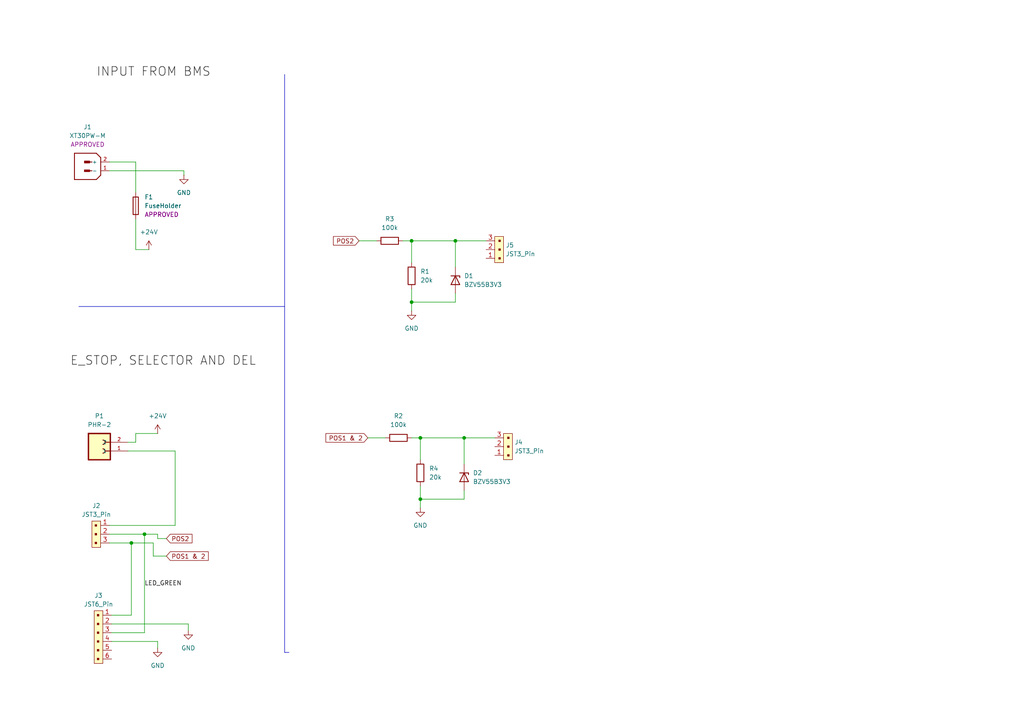
<source format=kicad_sch>
(kicad_sch (version 20231120) (generator "eeschema") (generator_version "8.0")
  (paper "A4")
  (lib_symbols
    (symbol "Device:R" (pin_numbers hide) (pin_names (offset 0))
      (property "Reference" "R" (at 2.032 0 90))
      (property "Value" "R" (at 0 0 90))
      (symbol "R_0_1"
        (rectangle (start -1.016 -2.54) (end 1.016 2.54) (stroke (width 0.254)))
      )
      (symbol "R_1_1"
        (pin passive line (at 0 3.81 270) (length 1.27) (name "~") (number "1"))
        (pin passive line (at 0 -3.81 90) (length 1.27) (name "~") (number "2"))
      )
    )
    (symbol "Diode:BZV55B3V3" (pin_numbers hide) (pin_names hide)
      (property "Reference" "D" (at 0 2.54 0))
      (property "Value" "BZV55B3V3" (at 0 -2.54 0))
      (symbol "BZV55B3V3_0_1"
        (polyline (pts (xy 1.27 0) (xy -1.27 0)))
        (polyline (pts (xy -1.27 -1.27) (xy -1.27 1.27) (xy -0.762 1.27)) (stroke (width 0.254)))
        (polyline (pts (xy 1.27 -1.27) (xy 1.27 1.27) (xy -1.27 0) (xy 1.27 -1.27)) (stroke (width 0.254)))
      )
      (symbol "BZV55B3V3_1_1"
        (pin passive line (at -3.81 0 0) (length 2.54) (name "K") (number "1"))
        (pin passive line (at 3.81 0 180) (length 2.54) (name "A") (number "2"))
      )
    )
    (symbol "Jst_2_pin:PHR-2" (pin_names (offset 1.016))
      (property "Reference" "P" (at -4.068 4.4494 0))
      (property "Value" "PHR-2" (at -4.0694 -5.0867 0))
      (symbol "PHR-2_0_0"
        (rectangle (start -4.064 -3.81) (end 2.286 3.81) (stroke (width 0.4064)) (fill (type background)))
        (arc (start -1.905 -0.635) (mid -2.5372 -1.27) (end -1.905 -1.905) (stroke (width 0.254)))
        (arc (start -1.905 1.905) (mid -2.5372 1.27) (end -1.905 0.635) (stroke (width 0.254)))
        (polyline (pts (xy -3.81 -1.27) (xy -2.54 -1.27)) (stroke (width 0.254)))
        (polyline (pts (xy -3.81 1.27) (xy -2.54 1.27)) (stroke (width 0.254)))
        (pin passive line (at -9.144 1.27 0) (length 5.08) (name "1") (number "1"))
        (pin passive line (at -9.144 -1.27 0) (length 5.08) (name "2") (number "2"))
      )
    )
    (symbol "power:+24V" (power) (pin_numbers hide) (pin_names (offset 0) hide)
      (property "Value" "+24V" (at 0 3.556 0))
      (symbol "+24V_0_1"
        (polyline (pts (xy -0.762 1.27) (xy 0 2.54)))
        (polyline (pts (xy 0 0) (xy 0 2.54)))
        (polyline (pts (xy 0 2.54) (xy 0.762 1.27)))
      )
      (symbol "+24V_1_1"
        (pin power_in line (at 0 0 90) (length 0) (name "~") (number "1"))
      )
    )
    (symbol "power:GND" (power) (pin_numbers hide) (pin_names (offset 0) hide)
      (property "Value" "GND" (at 0 -3.81 0))
      (symbol "GND_0_1"
        (polyline (pts (xy 0 0) (xy 0 -1.27) (xy 1.27 -1.27) (xy 0 -2.54) (xy -1.27 -1.27) (xy 0 -1.27)))
      )
      (symbol "GND_1_1"
        (pin power_in line (at 0 0 270) (length 0) (name "~") (number "1"))
      )
    )
    (symbol "rover_lib:CONN-JST-XH-B3B"
      (property "Reference" "J" (at 0 0 0))
      (property "Value" "JST3_Pin" (at 1.016 -11.43 0))
      (symbol "CONN-JST-XH-B3B_1_1"
        (rectangle (start -1.905 -1.905) (end 0.635 -9.525) (fill (type background)))
        (rectangle (start -0.508 -8.001) (end -1.016 -8.509) (fill (type outline)))
        (rectangle (start -0.508 -5.461) (end -1.016 -5.969) (fill (type outline)))
        (rectangle (start -0.508 -2.921) (end -1.016 -3.429) (fill (type outline)))
        (pin passive line (at 3.175 -3.175 180) (length 2.54) (name "~") (number "1"))
        (pin passive line (at 3.175 -5.715 180) (length 2.54) (name "~") (number "2"))
        (pin passive line (at 3.175 -8.255 180) (length 2.54) (name "~") (number "3"))
      )
    )
    (symbol "rover_lib:CONN-JST-XH-B6B"
      (property "Reference" "J" (at 0 0 0))
      (property "Value" "JST6_Pin" (at 0.508 -18.542 0))
      (symbol "CONN-JST-XH-B6B_1_1"
        (rectangle (start -0.508 -15.621) (end -1.016 -16.129) (fill (type outline)))
        (rectangle (start -0.508 -13.081) (end -1.016 -13.589) (fill (type outline)))
        (rectangle (start -0.508 -10.541) (end -1.016 -11.049) (fill (type outline)))
        (rectangle (start -0.508 -8.001) (end -1.016 -8.509) (fill (type outline)))
        (rectangle (start -0.508 -5.461) (end -1.016 -5.969) (fill (type outline)))
        (rectangle (start -0.508 -2.921) (end -1.016 -3.429) (fill (type outline)))
        (rectangle (start 0.635 -1.905) (end -1.905 -17.145) (fill (type background)))
        (pin passive line (at 3.175 -3.175 180) (length 2.54) (name "~") (number "1"))
        (pin passive line (at 3.175 -5.715 180) (length 2.54) (name "~") (number "2"))
        (pin passive line (at 3.175 -8.255 180) (length 2.54) (name "~") (number "3"))
        (pin passive line (at 3.175 -10.795 180) (length 2.54) (name "~") (number "4"))
        (pin passive line (at 3.175 -13.335 180) (length 2.54) (name "~") (number "5"))
        (pin passive line (at 3.175 -15.875 180) (length 2.54) (name "~") (number "6"))
      )
    )
    (symbol "rover_lib:FuseHolder" (pin_numbers hide) (pin_names (offset 0))
      (property "Reference" "F" (at 2.032 0 90))
      (property "Value" "FuseHolder" (at -1.905 0 90))
      (property "STATUS" "APPROVED" (at -4.064 -0.254 90))
      (symbol "FuseHolder_0_1"
        (rectangle (start -0.762 2.54) (end 0.762 -2.54) (stroke (width 0.254)))
        (polyline (pts (xy 0 2.54) (xy 0 -2.54)))
      )
      (symbol "FuseHolder_1_1"
        (pin power_out line (at 0 3.81 270) (length 1.27) (name "~") (number "1"))
        (pin power_in line (at 0 -3.81 90) (length 1.27) (name "~") (number "2"))
      )
    )
    (symbol "rover_lib:XT30PW-M" (pin_names (offset 1.016))
      (property "Reference" "J" (at -7.62 3.302 0))
      (property "Value" "XT30PW-M" (at -7.62 -7.62 0))
      (property "STATUS" "APPROVED" (at -4.064 5.842 0))
      (symbol "XT30PW-M_0_0"
        (rectangle (start -4.7625 -2.8575) (end -3.175 -2.2225) (stroke (width 0.1)) (fill (type outline)))
        (rectangle (start -4.7625 0.3175) (end -3.175 -0.3175) (stroke (width 0.1)) (fill (type outline)))
        (polyline (pts (xy -7.62 -5.08) (xy -7.62 2.54)) (stroke (width 0.254)))
        (polyline (pts (xy -7.62 2.54) (xy -1.27 2.54)) (stroke (width 0.254)))
        (polyline (pts (xy -2.54 -2.54) (xy -4.445 -2.54)) (stroke (width 0.254)))
        (polyline (pts (xy -2.54 0) (xy -4.445 0)) (stroke (width 0.254)))
        (polyline (pts (xy -1.27 -5.08) (xy -7.62 -5.08)) (stroke (width 0.254)))
        (polyline (pts (xy 0 -3.81) (xy -1.27 -5.08)) (stroke (width 0.254)))
        (polyline (pts (xy 0 0) (xy 0 -3.81)) (stroke (width 0.254)))
        (polyline (pts (xy 0 1.27) (xy -1.27 2.54)) (stroke (width 0.254)))
        (polyline (pts (xy 0 1.27) (xy 0 0)) (stroke (width 0.254)))
      )
      (symbol "XT30PW-M_1_0"
        (pin power_out line (at 2.54 -2.54 180) (length 2.54) (name "-") (number "1"))
        (pin power_out line (at 2.54 0 180) (length 2.54) (name "+") (number "2"))
      )
    )
  )
  (junction (at 134.62 127))
  (junction (at 132.08 69.85))
  (junction (at 119.38 69.85))
  (junction (at 119.38 87.63))
  (junction (at 38.1 157.48))
  (junction (at 121.92 144.78))
  (junction (at 121.92 127))
  (junction (at 41.91 154.94))
  (wire (pts (xy 39.37 128.27) (xy 37.084 128.27)))
  (wire (pts (xy 121.92 140.97) (xy 121.92 144.78)))
  (wire (pts (xy 31.75 46.99) (xy 39.37 46.99)))
  (wire (pts (xy 134.62 127) (xy 134.62 134.62)))
  (wire (pts (xy 132.08 69.85) (xy 140.97 69.85)))
  (wire (pts (xy 45.72 186.055) (xy 32.385 186.055)))
  (wire (pts (xy 121.92 127) (xy 134.62 127)))
  (wire (pts (xy 31.75 154.94) (xy 41.91 154.94)))
  (wire (pts (xy 119.38 69.85) (xy 132.08 69.85)))
  (wire (pts (xy 119.38 69.85) (xy 119.38 76.2)))
  (wire (pts (xy 31.75 49.53) (xy 53.34 49.53)))
  (polyline (pts (xy 82.55 189.23) (xy 83.82 189.23)))
  (wire (pts (xy 106.68 127) (xy 111.76 127)))
  (wire (pts (xy 38.1 157.48) (xy 44.45 157.48)))
  (wire (pts (xy 45.72 156.21) (xy 48.26 156.21)))
  (wire (pts (xy 39.37 46.99) (xy 39.37 55.88)))
  (wire (pts (xy 119.38 83.82) (xy 119.38 87.63)))
  (wire (pts (xy 116.84 69.85) (xy 119.38 69.85)))
  (wire (pts (xy 45.72 154.94) (xy 45.72 156.21)))
  (polyline (pts (xy 82.55 21.59) (xy 82.55 189.23)))
  (wire (pts (xy 134.62 142.24) (xy 134.62 144.78)))
  (wire (pts (xy 132.08 69.85) (xy 132.08 77.47)))
  (wire (pts (xy 44.45 157.48) (xy 44.45 161.29)))
  (wire (pts (xy 50.8 130.81) (xy 50.8 152.4)))
  (wire (pts (xy 132.08 85.09) (xy 132.08 87.63)))
  (wire (pts (xy 104.14 69.85) (xy 109.22 69.85)))
  (wire (pts (xy 39.37 63.5) (xy 39.37 72.39)))
  (wire (pts (xy 31.75 152.4) (xy 50.8 152.4)))
  (wire (pts (xy 134.62 144.78) (xy 121.92 144.78)))
  (wire (pts (xy 38.1 178.435) (xy 32.385 178.435)))
  (wire (pts (xy 39.37 125.73) (xy 45.72 125.73)))
  (wire (pts (xy 41.91 183.515) (xy 32.385 183.515)))
  (wire (pts (xy 134.62 127) (xy 143.51 127)))
  (polyline (pts (xy 22.86 88.9) (xy 82.55 88.9)))
  (wire (pts (xy 132.08 87.63) (xy 119.38 87.63)))
  (wire (pts (xy 44.45 161.29) (xy 48.26 161.29)))
  (wire (pts (xy 121.92 127) (xy 121.92 133.35)))
  (wire (pts (xy 121.92 144.78) (xy 121.92 147.32)))
  (wire (pts (xy 54.61 180.975) (xy 32.385 180.975)))
  (wire (pts (xy 45.72 187.96) (xy 45.72 186.055)))
  (wire (pts (xy 54.61 182.88) (xy 54.61 180.975)))
  (wire (pts (xy 37.084 130.81) (xy 50.8 130.81)))
  (wire (pts (xy 53.34 49.53) (xy 53.34 50.8)))
  (wire (pts (xy 38.1 157.48) (xy 38.1 178.435)))
  (wire (pts (xy 119.38 87.63) (xy 119.38 90.17)))
  (wire (pts (xy 31.75 157.48) (xy 38.1 157.48)))
  (wire (pts (xy 119.38 127) (xy 121.92 127)))
  (wire (pts (xy 41.91 154.94) (xy 41.91 183.515)))
  (wire (pts (xy 41.91 154.94) (xy 45.72 154.94)))
  (wire (pts (xy 39.37 125.73) (xy 39.37 128.27)))
  (wire (pts (xy 39.37 72.39) (xy 43.18 72.39)))
  (label "E_STOP, SELECTOR AND DEL" (at 20.32 106.68 0) (effects (font (size 2.54 2.54))))
  (label "LED_GREEN" (at 41.91 170.18 0))
  (label "INPUT FROM BMS" (at 27.94 22.86 0) (effects (font (size 2.54 2.54))))
  (global_label "POS1 & 2" (shape input) (at 106.68 127 180) (property "Intersheetrefs" "${INTERSHEET_REFS}" (effects (hide yes))))
  (global_label "POS2" (shape input) (at 104.14 69.85 180) (property "Intersheetrefs" "${INTERSHEET_REFS}" (effects (hide yes))))
  (global_label "POS1 & 2" (shape input) (at 48.26 161.29 0) (property "Intersheetrefs" "${INTERSHEET_REFS}" (effects (hide yes))))
  (global_label "POS2" (shape input) (at 48.26 156.21 0) (property "Intersheetrefs" "${INTERSHEET_REFS}" (effects (hide yes))))
  (symbol (lib_id "power:+24V") (at 45.72 125.73 0) (unit 1)
    (property "Reference" "#PWR07" (effects (hide yes)))
    (property "Value" "+24V" (at 45.72 120.65 0))
    (property "Description" "Power symbol creates a global label with name \"+24V\"" (effects (hide yes)))
  )
  (symbol (lib_id "Device:R") (at 115.57 127 90) (unit 1)
    (property "Reference" "R2" (at 115.57 120.65 90))
    (property "Value" "100k" (at 115.57 123.19 90))
    (property "Footprint" "Resistor_SMD:R_0603_1608Metric" (effects (hide yes)))
    (property "Description" "Resistor" (effects (hide yes)))
  )
  (symbol (lib_id "Device:R") (at 121.92 137.16 0) (unit 1)
    (property "Reference" "R4" (at 124.46 135.8899 0) (effects (justify left)))
    (property "Value" "20k" (at 124.46 138.4299 0) (effects (justify left)))
    (property "Footprint" "Resistor_SMD:R_0603_1608Metric" (effects (hide yes)))
    (property "Description" "Resistor" (effects (hide yes)))
  )
  (symbol (lib_id "Jst_2_pin:PHR-2") (at 27.94 129.54 180) (unit 1)
    (property "Reference" "P1" (at 28.829 120.65 0))
    (property "Value" "PHR-2" (at 28.829 123.19 0))
    (property "Footprint" "Connector_JST:JST_EH_B2B-EH-A_1x02_P2.50mm_Vertical" (effects (hide yes)))
    (property "MF" "JST Sales" (effects (hide yes)))
    (property "Description_1" "\n                        \n                            2 Rectangular Connectors - Housings Receptacle Natural 0.079 (2.00mm)\n                        \n" (effects (hide yes)))
    (property "Package" "Custom Package JST Sales" (effects (hide yes)))
    (property "Price" "None" (effects (hide yes)))
    (property "Check_prices" "https://www.snapeda.com/parts/PHR-2/JST/view-part/?ref=eda" (effects (hide yes)))
    (property "SnapEDA_Link" "https://www.snapeda.com/parts/PHR-2/JST/view-part/?ref=snap" (effects (hide yes)))
    (property "MP" "PHR-2" (effects (hide yes)))
    (property "Availability" "In Stock" (effects (hide yes)))
    (property "MANUFACTURER" "JST" (effects (hide yes)))
  )
  (symbol (lib_id "power:GND") (at 45.72 187.96 0) (unit 1)
    (property "Reference" "#PWR04" (effects (hide yes)))
    (property "Value" "GND" (at 45.72 193.04 0))
    (property "Description" "Power symbol creates a global label with name \"GND\" , ground" (effects (hide yes)))
  )
  (symbol (lib_id "rover_lib:CONN-JST-XH-B3B") (at 28.575 149.225 0) (unit 1)
    (property "Reference" "J2" (at 27.94 146.685 0))
    (property "Value" "JST3_Pin" (at 27.94 149.225 0))
    (property "Footprint" "Connector_JST:JST_XH_B3B-XH-AM_1x03_P2.50mm_Vertical" (effects (hide yes)))
  )
  (symbol (lib_id "power:GND") (at 121.92 147.32 0) (unit 1)
    (property "Reference" "#PWR05" (effects (hide yes)))
    (property "Value" "GND" (at 121.92 152.4 0))
    (property "Description" "Power symbol creates a global label with name \"GND\" , ground" (effects (hide yes)))
  )
  (symbol (lib_id "rover_lib:CONN-JST-XH-B3B") (at 146.685 135.255 180) (unit 1)
    (property "Reference" "J4" (at 149.225 128.2699 0) (effects (justify right)))
    (property "Value" "JST3_Pin" (at 149.225 130.8099 0) (effects (justify right)))
    (property "Footprint" "Connector_JST:JST_XH_B3B-XH-AM_1x03_P2.50mm_Vertical" (effects (hide yes)))
  )
  (symbol (lib_id "power:GND") (at 119.38 90.17 0) (unit 1)
    (property "Reference" "#PWR06" (effects (hide yes)))
    (property "Value" "GND" (at 119.38 95.25 0))
    (property "Description" "Power symbol creates a global label with name \"GND\" , ground" (effects (hide yes)))
  )
  (symbol (lib_id "Device:R") (at 119.38 80.01 0) (unit 1)
    (property "Reference" "R1" (at 121.92 78.7399 0) (effects (justify left)))
    (property "Value" "20k" (at 121.92 81.2799 0) (effects (justify left)))
    (property "Footprint" "Resistor_SMD:R_0603_1608Metric" (effects (hide yes)))
    (property "Description" "Resistor" (effects (hide yes)))
  )
  (symbol (lib_id "rover_lib:CONN-JST-XH-B3B") (at 144.145 78.105 180) (unit 1)
    (property "Reference" "J5" (at 146.685 71.1199 0) (effects (justify right)))
    (property "Value" "JST3_Pin" (at 146.685 73.6599 0) (effects (justify right)))
    (property "Footprint" "Connector_JST:JST_XH_B3B-XH-AM_1x03_P2.50mm_Vertical" (effects (hide yes)))
  )
  (symbol (lib_id "Device:R") (at 113.03 69.85 90) (unit 1)
    (property "Reference" "R3" (at 113.03 63.5 90))
    (property "Value" "100k" (at 113.03 66.04 90))
    (property "Footprint" "Resistor_SMD:R_0603_1608Metric" (effects (hide yes)))
    (property "Description" "Resistor" (effects (hide yes)))
  )
  (symbol (lib_id "power:GND") (at 53.34 50.8 0) (unit 1)
    (property "Reference" "#PWR02" (effects (hide yes)))
    (property "Value" "GND" (at 53.34 55.88 0))
    (property "Description" "Power symbol creates a global label with name \"GND\" , ground" (effects (hide yes)))
  )
  (symbol (lib_id "Diode:BZV55B3V3") (at 132.08 81.28 270) (unit 1)
    (property "Reference" "D1" (at 134.62 80.0099 90) (effects (justify left)))
    (property "Value" "BZV55B3V3" (at 134.62 82.5499 90) (effects (justify left)))
    (property "Footprint" "Diode_SMD:D_MiniMELF" (effects (hide yes)))
    (property "Datasheet" "https://assets.nexperia.com/documents/data-sheet/BZV55_SER.pdf" (effects (hide yes)))
    (property "Description" "3.3V, 500mW, 2%, Zener diode, MiniMELF" (effects (hide yes)))
  )
  (symbol (lib_id "rover_lib:CONN-JST-XH-B6B") (at 29.21 175.26 0) (unit 1)
    (property "Reference" "J3" (at 28.575 172.72 0))
    (property "Value" "JST6_Pin" (at 28.575 175.26 0))
    (property "Footprint" "Connector_JST:JST_XH_B6B-XH-AM_1x06_P2.50mm_Vertical" (effects (hide yes)))
  )
  (symbol (lib_id "power:GND") (at 54.61 182.88 0) (unit 1)
    (property "Reference" "#PWR03" (effects (hide yes)))
    (property "Value" "GND" (at 54.61 187.96 0))
    (property "Description" "Power symbol creates a global label with name \"GND\" , ground" (effects (hide yes)))
  )
  (symbol (lib_id "rover_lib:FuseHolder") (at 39.37 59.69 180) (unit 1)
    (property "Reference" "F1" (at 41.91 57.1499 0) (effects (justify right)))
    (property "Value" "FuseHolder" (at 41.91 59.6899 0) (effects (justify right)))
    (property "Footprint" "Rover:FuseHolder-3588-20" (effects (hide yes)))
    (property "Description" "Fuse" (effects (hide yes)))
    (property "STATUS" "APPROVED" (at 41.91 62.2299 0) (effects (justify right)))
  )
  (symbol (lib_id "Diode:BZV55B3V3") (at 134.62 138.43 270) (unit 1)
    (property "Reference" "D2" (at 137.16 137.1599 90) (effects (justify left)))
    (property "Value" "BZV55B3V3" (at 137.16 139.6999 90) (effects (justify left)))
    (property "Footprint" "Diode_SMD:D_MiniMELF" (effects (hide yes)))
    (property "Datasheet" "https://assets.nexperia.com/documents/data-sheet/BZV55_SER.pdf" (effects (hide yes)))
    (property "Description" "3.3V, 500mW, 2%, Zener diode, MiniMELF" (effects (hide yes)))
  )
  (symbol (lib_id "power:+24V") (at 43.18 72.39 0) (unit 1)
    (property "Reference" "#PWR01" (effects (hide yes)))
    (property "Value" "+24V" (at 43.18 67.31 0))
    (property "Description" "Power symbol creates a global label with name \"+24V\"" (effects (hide yes)))
  )
  (symbol (lib_id "rover_lib:XT30PW-M") (at 29.21 46.99 0) (unit 1)
    (property "Reference" "J1" (at 25.4 36.83 0))
    (property "Value" "XT30PW-M" (at 25.4 39.37 0))
    (property "Footprint" "Connector_AMASS:AMASS_XT30PW-M_1x02_P2.50mm_Horizontal" (effects (hide yes)))
    (property "STATUS" "APPROVED" (at 25.4 41.91 0))
  )
)
</source>
